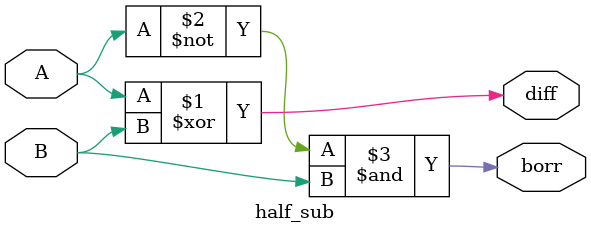
<source format=v>
module half_sub(
    input A,
    input B,
    output diff,
    output borr
);
xor(diff,A,B);
and(borr,~A,B);
endmodule
</source>
